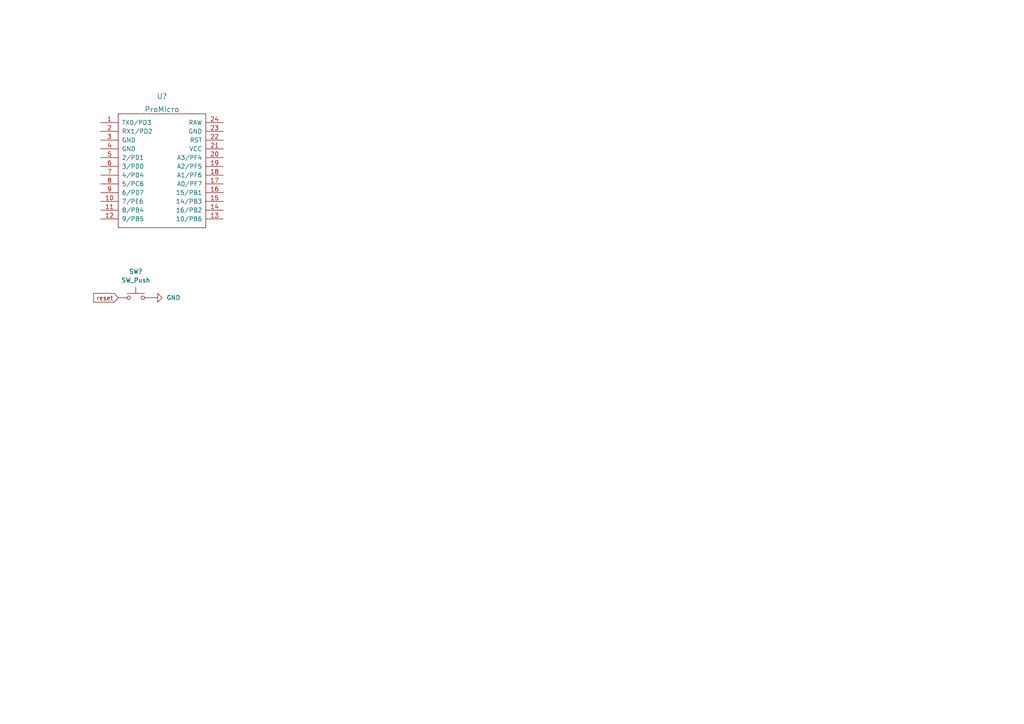
<source format=kicad_sch>
(kicad_sch (version 20211123) (generator eeschema)
  (paper "A4")
  (lib_symbols
    (symbol "Switch:SW_Push" (pin_numbers hide) (pin_names (offset 1.016) hide)
      (property "Reference" "SW" (at 1.27 2.54 0))
      (property "Value" "SW_Push" (at 0 -1.524 0))
      (symbol "SW_Push_0_1"
        (circle (center -2.032 0) (radius 0.508))
        (polyline (pts (xy 0 1.27) (xy 0 3.048)))
        (polyline (pts (xy 2.54 1.27) (xy -2.54 1.27)))
        (circle (center 2.032 0) (radius 0.508))
        (pin passive line (at -5.08 0 0) (length 2.54) (name "1") (number "1"))
        (pin passive line (at 5.08 0 180) (length 2.54) (name "2") (number "2"))
      )
    )
    (symbol "keebio:ProMicro" (pin_names (offset 1.016))
      (property "Reference" "U" (at 0 0 0))
      (property "Value" "ProMicro" (at 0 -19.05 0))
      (symbol "ProMicro_0_1"
        (rectangle (start -12.7 -16.51) (end 12.7 16.51))
      )
      (symbol "ProMicro_1_1"
        (pin input line (at -17.78 13.97 0) (length 5.08) (name "TX0/PD3") (number "1"))
        (pin input line (at -17.78 -8.89 0) (length 5.08) (name "7/PE6") (number "10"))
        (pin input line (at -17.78 -11.43 0) (length 5.08) (name "8/PB4") (number "11"))
        (pin input line (at -17.78 -13.97 0) (length 5.08) (name "9/PB5") (number "12"))
        (pin input line (at 17.78 -13.97 180) (length 5.08) (name "10/PB6") (number "13"))
        (pin input line (at 17.78 -11.43 180) (length 5.08) (name "16/PB2") (number "14"))
        (pin input line (at 17.78 -8.89 180) (length 5.08) (name "14/PB3") (number "15"))
        (pin input line (at 17.78 -6.35 180) (length 5.08) (name "15/PB1") (number "16"))
        (pin input line (at 17.78 -3.81 180) (length 5.08) (name "A0/PF7") (number "17"))
        (pin input line (at 17.78 -1.27 180) (length 5.08) (name "A1/PF6") (number "18"))
        (pin input line (at 17.78 1.27 180) (length 5.08) (name "A2/PF5") (number "19"))
        (pin input line (at -17.78 11.43 0) (length 5.08) (name "RX1/PD2") (number "2"))
        (pin input line (at 17.78 3.81 180) (length 5.08) (name "A3/PF4") (number "20"))
        (pin input line (at 17.78 6.35 180) (length 5.08) (name "VCC") (number "21"))
        (pin input line (at 17.78 8.89 180) (length 5.08) (name "RST") (number "22"))
        (pin input line (at 17.78 11.43 180) (length 5.08) (name "GND") (number "23"))
        (pin input line (at 17.78 13.97 180) (length 5.08) (name "RAW") (number "24"))
        (pin input line (at -17.78 8.89 0) (length 5.08) (name "GND") (number "3"))
        (pin input line (at -17.78 6.35 0) (length 5.08) (name "GND") (number "4"))
        (pin input line (at -17.78 3.81 0) (length 5.08) (name "2/PD1") (number "5"))
        (pin input line (at -17.78 1.27 0) (length 5.08) (name "3/PD0") (number "6"))
        (pin input line (at -17.78 -1.27 0) (length 5.08) (name "4/PD4") (number "7"))
        (pin input line (at -17.78 -3.81 0) (length 5.08) (name "5/PC6") (number "8"))
        (pin input line (at -17.78 -6.35 0) (length 5.08) (name "6/PD7") (number "9"))
      )
    )
    (symbol "power:GND" (power) (pin_names (offset 0))
      (property "Value" "GND" (at 0 -3.81 0))
      (symbol "GND_0_1"
        (polyline (pts (xy 0 0) (xy 0 -1.27) (xy 1.27 -1.27) (xy 0 -2.54) (xy -1.27 -1.27) (xy 0 -1.27)))
      )
      (symbol "GND_1_1"
        (pin power_in line (at 0 0 270) (length 0) hide (name "GND") (number "1"))
      )
    )
  )
  (global_label "reset" (shape input) (at 34.29 86.36 180) (property "Intersheet References" "${INTERSHEET_REFS}" (effects hide)))
  (symbol (lib_id "keebio:ProMicro") (at 46.99 49.53 0) (unit 1)
    (property "Reference" "U?" (at 46.99 27.94 0) (effects (font (size 1.524 1.524))))
    (property "Value" "ProMicro" (at 46.99 31.75 0) (effects (font (size 1.524 1.524))))
  )
  (symbol (lib_id "Switch:SW_Push") (at 39.37 86.36 0) (unit 1)
    (property "Reference" "SW?" (at 39.37 78.74 0))
    (property "Value" "SW_Push" (at 39.37 81.28 0))
  )
  (symbol (lib_id "power:GND") (at 44.45 86.36 90) (unit 1)
    (property "Reference" "#PWR?" (effects hide))
    (property "Value" "GND" (at 48.26 86.3599 90) (effects (justify right)))
  )
)
</source>
